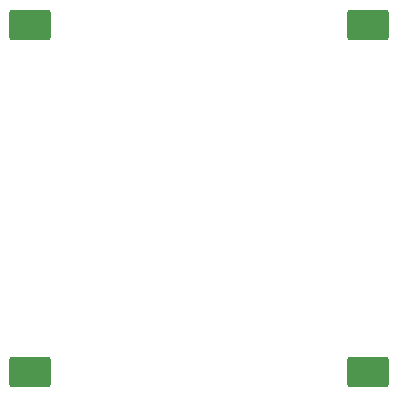
<source format=gbp>
G04 #@! TF.GenerationSoftware,KiCad,Pcbnew,8.0.6*
G04 #@! TF.CreationDate,2024-12-27T14:26:58+01:00*
G04 #@! TF.ProjectId,Minutka,4d696e75-746b-4612-9e6b-696361645f70,rev?*
G04 #@! TF.SameCoordinates,Original*
G04 #@! TF.FileFunction,Paste,Bot*
G04 #@! TF.FilePolarity,Positive*
%FSLAX46Y46*%
G04 Gerber Fmt 4.6, Leading zero omitted, Abs format (unit mm)*
G04 Created by KiCad (PCBNEW 8.0.6) date 2024-12-27 14:26:58*
%MOMM*%
%LPD*%
G01*
G04 APERTURE LIST*
G04 Aperture macros list*
%AMRoundRect*
0 Rectangle with rounded corners*
0 $1 Rounding radius*
0 $2 $3 $4 $5 $6 $7 $8 $9 X,Y pos of 4 corners*
0 Add a 4 corners polygon primitive as box body*
4,1,4,$2,$3,$4,$5,$6,$7,$8,$9,$2,$3,0*
0 Add four circle primitives for the rounded corners*
1,1,$1+$1,$2,$3*
1,1,$1+$1,$4,$5*
1,1,$1+$1,$6,$7*
1,1,$1+$1,$8,$9*
0 Add four rect primitives between the rounded corners*
20,1,$1+$1,$2,$3,$4,$5,0*
20,1,$1+$1,$4,$5,$6,$7,0*
20,1,$1+$1,$6,$7,$8,$9,0*
20,1,$1+$1,$8,$9,$2,$3,0*%
G04 Aperture macros list end*
%ADD10RoundRect,0.200000X1.550000X-1.100000X1.550000X1.100000X-1.550000X1.100000X-1.550000X-1.100000X0*%
%ADD11RoundRect,0.200000X-1.550000X1.100000X-1.550000X-1.100000X1.550000X-1.100000X1.550000X1.100000X0*%
G04 APERTURE END LIST*
D10*
X136347500Y-109207500D03*
X136347500Y-79807500D03*
D11*
X164922500Y-79807500D03*
X164922500Y-109207500D03*
M02*

</source>
